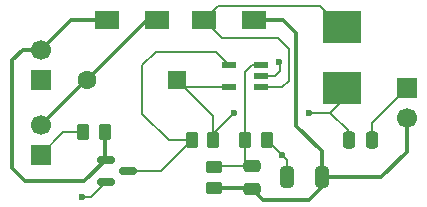
<source format=gbr>
%TF.GenerationSoftware,KiCad,Pcbnew,9.0.2*%
%TF.CreationDate,2025-06-13T22:03:49+05:30*%
%TF.ProjectId,Tiny Solar Supply,54696e79-2053-46f6-9c61-722053757070,rev?*%
%TF.SameCoordinates,Original*%
%TF.FileFunction,Copper,L1,Top*%
%TF.FilePolarity,Positive*%
%FSLAX46Y46*%
G04 Gerber Fmt 4.6, Leading zero omitted, Abs format (unit mm)*
G04 Created by KiCad (PCBNEW 9.0.2) date 2025-06-13 22:03:49*
%MOMM*%
%LPD*%
G01*
G04 APERTURE LIST*
G04 Aperture macros list*
%AMRoundRect*
0 Rectangle with rounded corners*
0 $1 Rounding radius*
0 $2 $3 $4 $5 $6 $7 $8 $9 X,Y pos of 4 corners*
0 Add a 4 corners polygon primitive as box body*
4,1,4,$2,$3,$4,$5,$6,$7,$8,$9,$2,$3,0*
0 Add four circle primitives for the rounded corners*
1,1,$1+$1,$2,$3*
1,1,$1+$1,$4,$5*
1,1,$1+$1,$6,$7*
1,1,$1+$1,$8,$9*
0 Add four rect primitives between the rounded corners*
20,1,$1+$1,$2,$3,$4,$5,0*
20,1,$1+$1,$4,$5,$6,$7,0*
20,1,$1+$1,$6,$7,$8,$9,0*
20,1,$1+$1,$8,$9,$2,$3,0*%
G04 Aperture macros list end*
%TA.AperFunction,SMDPad,CuDef*%
%ADD10R,2.120000X1.500000*%
%TD*%
%TA.AperFunction,SMDPad,CuDef*%
%ADD11RoundRect,0.250000X0.325000X0.650000X-0.325000X0.650000X-0.325000X-0.650000X0.325000X-0.650000X0*%
%TD*%
%TA.AperFunction,SMDPad,CuDef*%
%ADD12RoundRect,0.250000X-0.262500X-0.450000X0.262500X-0.450000X0.262500X0.450000X-0.262500X0.450000X0*%
%TD*%
%TA.AperFunction,ComponentPad*%
%ADD13R,1.700000X1.700000*%
%TD*%
%TA.AperFunction,ComponentPad*%
%ADD14C,1.700000*%
%TD*%
%TA.AperFunction,SMDPad,CuDef*%
%ADD15RoundRect,0.250000X-0.250000X-0.475000X0.250000X-0.475000X0.250000X0.475000X-0.250000X0.475000X0*%
%TD*%
%TA.AperFunction,SMDPad,CuDef*%
%ADD16R,3.302000X2.667000*%
%TD*%
%TA.AperFunction,SMDPad,CuDef*%
%ADD17RoundRect,0.150000X-0.587500X-0.150000X0.587500X-0.150000X0.587500X0.150000X-0.587500X0.150000X0*%
%TD*%
%TA.AperFunction,SMDPad,CuDef*%
%ADD18RoundRect,0.250000X0.262500X0.450000X-0.262500X0.450000X-0.262500X-0.450000X0.262500X-0.450000X0*%
%TD*%
%TA.AperFunction,SMDPad,CuDef*%
%ADD19RoundRect,0.250000X0.475000X-0.250000X0.475000X0.250000X-0.475000X0.250000X-0.475000X-0.250000X0*%
%TD*%
%TA.AperFunction,SMDPad,CuDef*%
%ADD20R,1.181100X0.558800*%
%TD*%
%TA.AperFunction,SMDPad,CuDef*%
%ADD21RoundRect,0.250000X-0.450000X0.262500X-0.450000X-0.262500X0.450000X-0.262500X0.450000X0.262500X0*%
%TD*%
%TA.AperFunction,ComponentPad*%
%ADD22RoundRect,0.250000X0.550000X0.550000X-0.550000X0.550000X-0.550000X-0.550000X0.550000X-0.550000X0*%
%TD*%
%TA.AperFunction,ComponentPad*%
%ADD23C,1.600000*%
%TD*%
%TA.AperFunction,ViaPad*%
%ADD24C,0.600000*%
%TD*%
%TA.AperFunction,Conductor*%
%ADD25C,0.200000*%
%TD*%
%TA.AperFunction,Conductor*%
%ADD26C,0.350000*%
%TD*%
G04 APERTURE END LIST*
D10*
%TO.P,D1,A*%
%TO.N,/SOLAR_P*%
X102025000Y-109855000D03*
%TO.P,D1,C*%
%TO.N,/BAT_P*%
X106255000Y-109855000D03*
%TD*%
D11*
%TO.P,C2,1*%
%TO.N,/OUT_P*%
X120220000Y-123190000D03*
%TO.P,C2,2*%
%TO.N,GNDD*%
X117270000Y-123190000D03*
%TD*%
D12*
%TO.P,R2,1*%
%TO.N,Net-(U1-FB)*%
X113745000Y-120015000D03*
%TO.P,R2,2*%
%TO.N,GNDD*%
X115570000Y-120015000D03*
%TD*%
D13*
%TO.P,J4,1,Pin_1*%
%TO.N,GNDD*%
X96460000Y-114930000D03*
D14*
%TO.P,J4,2,Pin_2*%
%TO.N,/SOLAR_P*%
X96460000Y-112390000D03*
%TD*%
D15*
%TO.P,C1,1*%
%TO.N,Net-(J3-Pin_1)*%
X122555000Y-120015000D03*
%TO.P,C1,2*%
%TO.N,GNDD*%
X124455000Y-120015000D03*
%TD*%
D16*
%TO.P,L1,1,1*%
%TO.N,Net-(U1-SW)*%
X121920000Y-110464600D03*
%TO.P,L1,2,2*%
%TO.N,Net-(J3-Pin_1)*%
X121920000Y-115595400D03*
%TD*%
D17*
%TO.P,Q1,1,G*%
%TO.N,/SOLAR_P*%
X101932500Y-121692500D03*
%TO.P,Q1,2,S*%
%TO.N,GNDD*%
X101932500Y-123592500D03*
%TO.P,Q1,3,D*%
%TO.N,Net-(Q1-D)*%
X103807500Y-122642500D03*
%TD*%
D18*
%TO.P,R3,1*%
%TO.N,Net-(J3-Pin_1)*%
X111045000Y-120015000D03*
%TO.P,R3,2*%
%TO.N,Net-(Q1-D)*%
X109220000Y-120015000D03*
%TD*%
D13*
%TO.P,J2,1,Pin_1*%
%TO.N,GNDD*%
X96460000Y-121285000D03*
D14*
%TO.P,J2,2,Pin_2*%
%TO.N,/BAT_P*%
X96460000Y-118745000D03*
%TD*%
D13*
%TO.P,J1,1,Pin_1*%
%TO.N,GNDD*%
X127441000Y-115641200D03*
D14*
%TO.P,J1,2,Pin_2*%
%TO.N,/OUT_P*%
X127441000Y-118181200D03*
%TD*%
D10*
%TO.P,D2,A*%
%TO.N,Net-(U1-SW)*%
X110280000Y-109855000D03*
%TO.P,D2,C*%
%TO.N,/OUT_P*%
X114510000Y-109855000D03*
%TD*%
D19*
%TO.P,C3,1*%
%TO.N,/OUT_P*%
X114300000Y-124140000D03*
%TO.P,C3,2*%
%TO.N,Net-(U1-FB)*%
X114300000Y-122240000D03*
%TD*%
D18*
%TO.P,R1,1*%
%TO.N,/SOLAR_P*%
X101877500Y-119380000D03*
%TO.P,R1,2*%
%TO.N,GNDD*%
X100052500Y-119380000D03*
%TD*%
D20*
%TO.P,U1,1,SW*%
%TO.N,Net-(U1-SW)*%
X115125500Y-115565002D03*
%TO.P,U1,2,GND*%
%TO.N,GNDD*%
X115125500Y-114615001D03*
%TO.P,U1,3,FB*%
%TO.N,Net-(U1-FB)*%
X115125500Y-113665000D03*
%TO.P,U1,4,SHDN*%
%TO.N,Net-(Q1-D)*%
X112395000Y-113665000D03*
%TO.P,U1,5,VIN*%
%TO.N,Net-(J3-Pin_1)*%
X112395000Y-115565002D03*
%TD*%
D21*
%TO.P,R4,1*%
%TO.N,Net-(U1-FB)*%
X111125000Y-122277500D03*
%TO.P,R4,2*%
%TO.N,/OUT_P*%
X111125000Y-124102500D03*
%TD*%
D22*
%TO.P,J3,1,Pin_1*%
%TO.N,Net-(J3-Pin_1)*%
X107950000Y-114935000D03*
D23*
%TO.P,J3,2,Pin_2*%
%TO.N,/BAT_P*%
X100330000Y-114935000D03*
%TD*%
D24*
%TO.N,GNDD*%
X116840000Y-121285000D03*
X116636800Y-113436400D03*
X99974400Y-124815600D03*
%TO.N,Net-(J3-Pin_1)*%
X112826800Y-117754400D03*
X119176800Y-117754400D03*
%TD*%
D25*
%TO.N,GNDD*%
X116687600Y-114198400D02*
X116270999Y-114615001D01*
X116636800Y-113436400D02*
X116687600Y-113487200D01*
X101932500Y-123592500D02*
X100709400Y-124815600D01*
X100709400Y-124815600D02*
X99974400Y-124815600D01*
X117270000Y-123190000D02*
X117270000Y-121715000D01*
X100052500Y-119380000D02*
X98365000Y-119380000D01*
X116840000Y-121285000D02*
X115570000Y-120015000D01*
X117270000Y-121715000D02*
X116840000Y-121285000D01*
X116687600Y-113487200D02*
X116687600Y-114198400D01*
X98365000Y-119380000D02*
X96460000Y-121285000D01*
X124455000Y-118627200D02*
X124455000Y-120015000D01*
X127441000Y-115641200D02*
X124455000Y-118627200D01*
X116270999Y-114615001D02*
X115125500Y-114615001D01*
%TO.N,Net-(J3-Pin_1)*%
X112826800Y-117754400D02*
X111045000Y-119536200D01*
X120954800Y-117703600D02*
X122555000Y-119303800D01*
X121920000Y-115595400D02*
X121920000Y-116738400D01*
X108580002Y-115565002D02*
X107950000Y-114935000D01*
X121920000Y-116738400D02*
X120954800Y-117703600D01*
X112395000Y-115565002D02*
X108580002Y-115565002D01*
X119227600Y-117703600D02*
X119176800Y-117754400D01*
X111045000Y-120015000D02*
X111045000Y-118030000D01*
X122555000Y-119303800D02*
X122555000Y-120015000D01*
X120954800Y-117703600D02*
X119227600Y-117703600D01*
X111045000Y-119536200D02*
X111045000Y-120015000D01*
X111045000Y-118030000D02*
X107950000Y-114935000D01*
D26*
%TO.N,/OUT_P*%
X127441000Y-121021800D02*
X125272800Y-123190000D01*
X111125000Y-124102500D02*
X114262500Y-124102500D01*
X114262500Y-124102500D02*
X114300000Y-124140000D01*
X119141600Y-125104800D02*
X120220000Y-124026400D01*
X120220000Y-120982000D02*
X120220000Y-123190000D01*
X114300000Y-124140000D02*
X115264800Y-125104800D01*
X127441000Y-118181200D02*
X127441000Y-121021800D01*
X125272800Y-123190000D02*
X120220000Y-123190000D01*
X118059200Y-110947200D02*
X118059200Y-118821200D01*
X114510000Y-109855000D02*
X116967000Y-109855000D01*
X118059200Y-118821200D02*
X120220000Y-120982000D01*
X120220000Y-124026400D02*
X120220000Y-123190000D01*
X115264800Y-125104800D02*
X119141600Y-125104800D01*
X116967000Y-109855000D02*
X118059200Y-110947200D01*
D25*
%TO.N,Net-(Q1-D)*%
X103807500Y-122642500D02*
X106592500Y-122642500D01*
X106172000Y-112572800D02*
X111302800Y-112572800D01*
X106592500Y-122642500D02*
X109220000Y-120015000D01*
X109220000Y-120015000D02*
X107264200Y-120015000D01*
X107264200Y-120015000D02*
X105054400Y-117805200D01*
X109220000Y-120294400D02*
X109220000Y-120015000D01*
X111302800Y-112572800D02*
X112395000Y-113665000D01*
X105054400Y-117805200D02*
X105054400Y-113690400D01*
X105054400Y-113690400D02*
X106172000Y-112572800D01*
D26*
%TO.N,/SOLAR_P*%
X94030800Y-113284000D02*
X94924800Y-112390000D01*
X101877500Y-121637500D02*
X101932500Y-121692500D01*
X100130200Y-123494800D02*
X101932500Y-121692500D01*
X94030800Y-122428000D02*
X94030800Y-113284000D01*
X94924800Y-112390000D02*
X96460000Y-112390000D01*
X98995000Y-109855000D02*
X102025000Y-109855000D01*
X101877500Y-119380000D02*
X101877500Y-121637500D01*
X95097600Y-123494800D02*
X100130200Y-123494800D01*
X96460000Y-112390000D02*
X98995000Y-109855000D01*
X95097600Y-123494800D02*
X94030800Y-122428000D01*
%TO.N,/BAT_P*%
X100270000Y-114935000D02*
X100330000Y-114935000D01*
X96460000Y-118745000D02*
X100270000Y-114935000D01*
X100330000Y-114935000D02*
X105410000Y-109855000D01*
X105410000Y-109855000D02*
X106255000Y-109855000D01*
D25*
%TO.N,Net-(U1-SW)*%
X120116600Y-108661200D02*
X111473800Y-108661200D01*
X115125500Y-115565002D02*
X116895798Y-115565002D01*
X117449600Y-112318800D02*
X116535200Y-111404400D01*
X111829400Y-111404400D02*
X110280000Y-109855000D01*
X111473800Y-108661200D02*
X110280000Y-109855000D01*
X121920000Y-110464600D02*
X120116600Y-108661200D01*
X116895798Y-115565002D02*
X117449600Y-115011200D01*
X117449600Y-115011200D02*
X117449600Y-112318800D01*
X116535200Y-111404400D02*
X111829400Y-111404400D01*
%TO.N,Net-(U1-FB)*%
X114300000Y-122240000D02*
X111162500Y-122240000D01*
X113745000Y-114254950D02*
X114334950Y-113665000D01*
X111162500Y-122240000D02*
X111125000Y-122277500D01*
X113745000Y-120015000D02*
X113745000Y-114254950D01*
X114300000Y-122240000D02*
X113745000Y-121685000D01*
X114334950Y-113665000D02*
X115125500Y-113665000D01*
X113745000Y-121685000D02*
X113745000Y-120015000D01*
%TD*%
M02*

</source>
